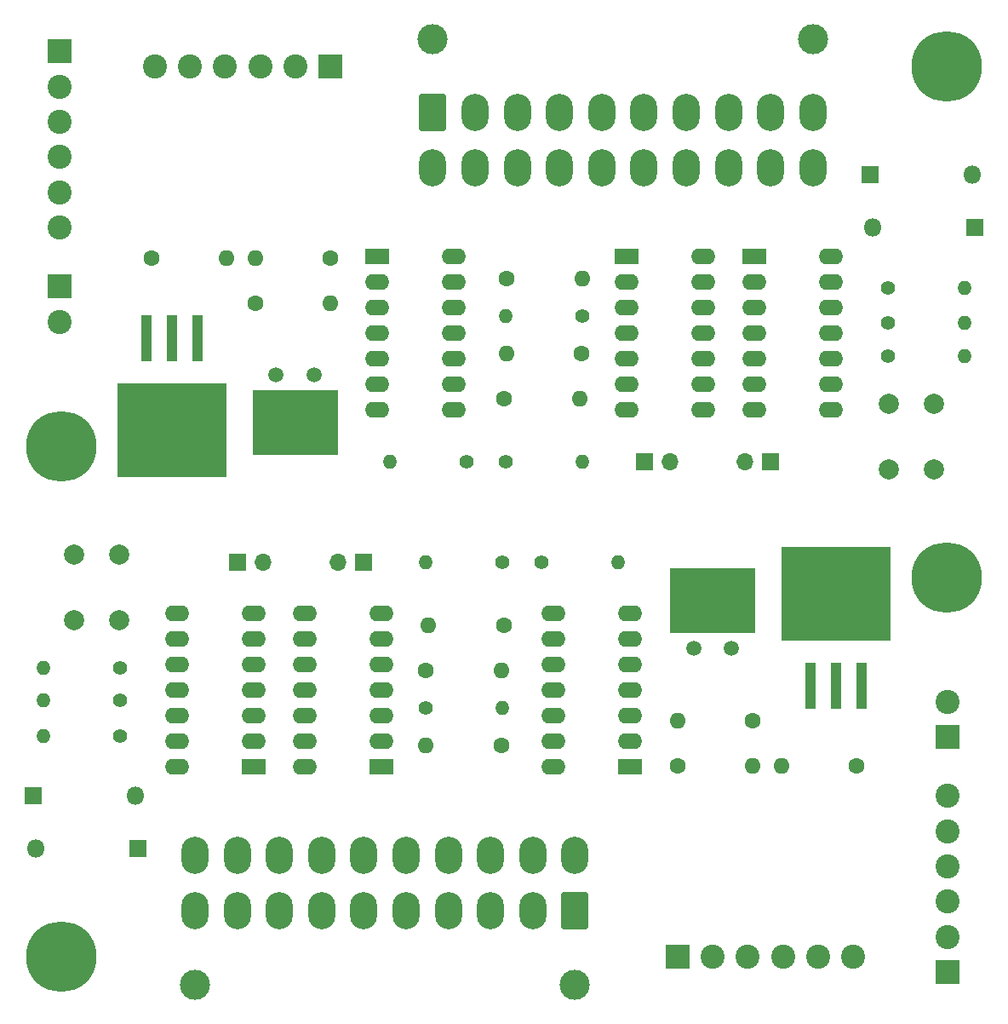
<source format=gbr>
%TF.GenerationSoftware,KiCad,Pcbnew,(6.0.6)*%
%TF.CreationDate,2022-06-26T13:55:29+05:00*%
%TF.ProjectId,MouseBite,4d6f7573-6542-4697-9465-2e6b69636164,rev?*%
%TF.SameCoordinates,Original*%
%TF.FileFunction,Soldermask,Top*%
%TF.FilePolarity,Negative*%
%FSLAX46Y46*%
G04 Gerber Fmt 4.6, Leading zero omitted, Abs format (unit mm)*
G04 Created by KiCad (PCBNEW (6.0.6)) date 2022-06-26 13:55:29*
%MOMM*%
%LPD*%
G01*
G04 APERTURE LIST*
G04 Aperture macros list*
%AMRoundRect*
0 Rectangle with rounded corners*
0 $1 Rounding radius*
0 $2 $3 $4 $5 $6 $7 $8 $9 X,Y pos of 4 corners*
0 Add a 4 corners polygon primitive as box body*
4,1,4,$2,$3,$4,$5,$6,$7,$8,$9,$2,$3,0*
0 Add four circle primitives for the rounded corners*
1,1,$1+$1,$2,$3*
1,1,$1+$1,$4,$5*
1,1,$1+$1,$6,$7*
1,1,$1+$1,$8,$9*
0 Add four rect primitives between the rounded corners*
20,1,$1+$1,$2,$3,$4,$5,0*
20,1,$1+$1,$4,$5,$6,$7,0*
20,1,$1+$1,$6,$7,$8,$9,0*
20,1,$1+$1,$8,$9,$2,$3,0*%
G04 Aperture macros list end*
%ADD10O,1.400000X1.400000*%
%ADD11C,1.400000*%
%ADD12C,7.000000*%
%ADD13O,1.700000X1.700000*%
%ADD14R,1.700000X1.700000*%
%ADD15O,2.400000X1.600000*%
%ADD16R,2.400000X1.600000*%
%ADD17O,1.600000X1.600000*%
%ADD18C,1.600000*%
%ADD19R,8.500000X6.500000*%
%ADD20C,1.500000*%
%ADD21O,2.700000X3.700000*%
%ADD22RoundRect,0.250001X1.099999X1.599999X-1.099999X1.599999X-1.099999X-1.599999X1.099999X-1.599999X0*%
%ADD23C,3.000000*%
%ADD24O,1.800000X1.800000*%
%ADD25R,1.800000X1.800000*%
%ADD26C,2.000000*%
%ADD27C,2.400000*%
%ADD28R,2.400000X2.400000*%
%ADD29R,1.100000X4.600000*%
%ADD30R,10.800000X9.400000*%
%ADD31RoundRect,0.250001X-1.099999X-1.599999X1.099999X-1.599999X1.099999X1.599999X-1.099999X1.599999X0*%
G04 APERTURE END LIST*
D10*
%TO.C,R1*%
X57440000Y-110250000D03*
D11*
X65060000Y-110250000D03*
%TD*%
D12*
%TO.C,H2*%
X147250000Y-94500000D03*
%TD*%
D13*
%TO.C,J4*%
X86735000Y-93000000D03*
D14*
X89275000Y-93000000D03*
%TD*%
D13*
%TO.C,J1*%
X79290000Y-93000000D03*
D14*
X76750000Y-93000000D03*
%TD*%
D15*
%TO.C,U5*%
X108205000Y-113375000D03*
X108205000Y-110835000D03*
X108205000Y-108295000D03*
X108205000Y-105755000D03*
X108205000Y-103215000D03*
X108205000Y-100675000D03*
X108205000Y-98135000D03*
X115825000Y-98135000D03*
X115825000Y-100675000D03*
X115825000Y-103215000D03*
X115825000Y-105755000D03*
X115825000Y-108295000D03*
X115825000Y-110835000D03*
D16*
X115825000Y-113375000D03*
%TD*%
D17*
%TO.C,C8*%
X130825000Y-113250000D03*
D18*
X138325000Y-113250000D03*
%TD*%
D15*
%TO.C,U1*%
X83455000Y-113375000D03*
X83455000Y-110835000D03*
X83455000Y-108295000D03*
X83455000Y-105755000D03*
X83455000Y-103215000D03*
X83455000Y-100675000D03*
X83455000Y-98135000D03*
X91075000Y-98135000D03*
X91075000Y-100675000D03*
X91075000Y-103215000D03*
X91075000Y-105755000D03*
X91075000Y-108295000D03*
X91075000Y-110835000D03*
D16*
X91075000Y-113375000D03*
%TD*%
D19*
%TO.C,Y1*%
X124000000Y-96850000D03*
D20*
X122100000Y-101600000D03*
X125900000Y-101600000D03*
%TD*%
D12*
%TO.C,H1*%
X59250000Y-132250000D03*
%TD*%
D21*
%TO.C,ATX*%
X72525000Y-122180000D03*
X76725000Y-122180000D03*
X80925000Y-122180000D03*
X85125000Y-122180000D03*
X89325000Y-122180000D03*
X93525000Y-122180000D03*
X97725000Y-122180000D03*
X101925000Y-122180000D03*
X106125000Y-122180000D03*
X110325000Y-122180000D03*
X72525000Y-127680000D03*
X76725000Y-127680000D03*
X80925000Y-127680000D03*
X85125000Y-127680000D03*
X89325000Y-127680000D03*
X93525000Y-127680000D03*
X97725000Y-127680000D03*
X101925000Y-127680000D03*
X106125000Y-127680000D03*
D22*
X110325000Y-127680000D03*
D23*
X110325000Y-134980000D03*
X72525000Y-134980000D03*
%TD*%
D15*
%TO.C,U2*%
X70705000Y-113375000D03*
X70705000Y-110835000D03*
X70705000Y-108295000D03*
X70705000Y-105755000D03*
X70705000Y-103215000D03*
X70705000Y-100675000D03*
X70705000Y-98135000D03*
X78325000Y-98135000D03*
X78325000Y-100675000D03*
X78325000Y-103215000D03*
X78325000Y-105755000D03*
X78325000Y-108295000D03*
X78325000Y-110835000D03*
D16*
X78325000Y-113375000D03*
%TD*%
D17*
%TO.C,C5*%
X95485000Y-111205000D03*
D18*
X102985000Y-111205000D03*
%TD*%
D24*
%TO.C,D2*%
X56670000Y-121500000D03*
D25*
X66830000Y-121500000D03*
%TD*%
D17*
%TO.C,C3*%
X95750000Y-99250000D03*
D18*
X103250000Y-99250000D03*
%TD*%
D10*
%TO.C,R10*%
X95440000Y-93000000D03*
D11*
X103060000Y-93000000D03*
%TD*%
D10*
%TO.C,R2*%
X57440000Y-106750000D03*
D11*
X65060000Y-106750000D03*
%TD*%
D10*
%TO.C,R9*%
X103045000Y-107455000D03*
D11*
X95425000Y-107455000D03*
%TD*%
D17*
%TO.C,C4*%
X103000000Y-103750000D03*
D18*
X95500000Y-103750000D03*
%TD*%
D17*
%TO.C,C6*%
X128000000Y-113250000D03*
D18*
X120500000Y-113250000D03*
%TD*%
D26*
%TO.C,SW1*%
X60500000Y-98750000D03*
X60500000Y-92250000D03*
X65000000Y-98750000D03*
X65000000Y-92250000D03*
%TD*%
D24*
%TO.C,D1*%
X66580000Y-116250000D03*
D25*
X56420000Y-116250000D03*
%TD*%
D27*
%TO.C,P8*%
X138000000Y-132250000D03*
X134500000Y-132250000D03*
X131000000Y-132250000D03*
X127500000Y-132250000D03*
X124000000Y-132250000D03*
D28*
X120500000Y-132250000D03*
%TD*%
D17*
%TO.C,C7*%
X120500000Y-108750000D03*
D18*
X128000000Y-108750000D03*
%TD*%
D29*
%TO.C,U3*%
X138790000Y-105275000D03*
D30*
X136250000Y-96125000D03*
D29*
X136250000Y-105275000D03*
X133710000Y-105275000D03*
%TD*%
D27*
%TO.C,Amiga*%
X147400000Y-106900000D03*
D28*
X147400000Y-110400000D03*
%TD*%
D27*
%TO.C,P9*%
X147400000Y-116250000D03*
X147400000Y-119750000D03*
X147400000Y-123250000D03*
X147400000Y-126750000D03*
X147400000Y-130250000D03*
D28*
X147400000Y-133750000D03*
%TD*%
D10*
%TO.C,R3*%
X57440000Y-103500000D03*
D11*
X65060000Y-103500000D03*
%TD*%
D10*
%TO.C,R11*%
X114620000Y-93000000D03*
D11*
X107000000Y-93000000D03*
%TD*%
%TO.C,R1*%
X141440000Y-65750000D03*
D10*
X149060000Y-65750000D03*
%TD*%
D18*
%TO.C,C8*%
X68175000Y-62750000D03*
D17*
X75675000Y-62750000D03*
%TD*%
D13*
%TO.C,J4*%
X119765000Y-83000000D03*
D14*
X117225000Y-83000000D03*
%TD*%
D12*
%TO.C,H2*%
X59250000Y-81500000D03*
%TD*%
D16*
%TO.C,U5*%
X90675000Y-62625000D03*
D15*
X90675000Y-65165000D03*
X90675000Y-67705000D03*
X90675000Y-70245000D03*
X90675000Y-72785000D03*
X90675000Y-75325000D03*
X90675000Y-77865000D03*
X98295000Y-77865000D03*
X98295000Y-75325000D03*
X98295000Y-72785000D03*
X98295000Y-70245000D03*
X98295000Y-67705000D03*
X98295000Y-65165000D03*
X98295000Y-62625000D03*
%TD*%
D14*
%TO.C,J1*%
X129750000Y-83000000D03*
D13*
X127210000Y-83000000D03*
%TD*%
D18*
%TO.C,C6*%
X86000000Y-62750000D03*
D17*
X78500000Y-62750000D03*
%TD*%
D18*
%TO.C,C4*%
X111000000Y-72250000D03*
D17*
X103500000Y-72250000D03*
%TD*%
D11*
%TO.C,R11*%
X99500000Y-83000000D03*
D10*
X91880000Y-83000000D03*
%TD*%
D11*
%TO.C,R3*%
X141440000Y-72500000D03*
D10*
X149060000Y-72500000D03*
%TD*%
D29*
%TO.C,U3*%
X72790000Y-70725000D03*
X70250000Y-70725000D03*
D30*
X70250000Y-79875000D03*
D29*
X67710000Y-70725000D03*
%TD*%
D28*
%TO.C,P8*%
X86000000Y-43750000D03*
D27*
X82500000Y-43750000D03*
X79000000Y-43750000D03*
X75500000Y-43750000D03*
X72000000Y-43750000D03*
X68500000Y-43750000D03*
%TD*%
D28*
%TO.C,P9*%
X59100000Y-42250000D03*
D27*
X59100000Y-45750000D03*
X59100000Y-49250000D03*
X59100000Y-52750000D03*
X59100000Y-56250000D03*
X59100000Y-59750000D03*
%TD*%
D28*
%TO.C,Amiga*%
X59100000Y-65600000D03*
D27*
X59100000Y-69100000D03*
%TD*%
D18*
%TO.C,C7*%
X78500000Y-67250000D03*
D17*
X86000000Y-67250000D03*
%TD*%
D25*
%TO.C,D1*%
X150080000Y-59750000D03*
D24*
X139920000Y-59750000D03*
%TD*%
D26*
%TO.C,SW1*%
X141500000Y-83750000D03*
X141500000Y-77250000D03*
X146000000Y-83750000D03*
X146000000Y-77250000D03*
%TD*%
D20*
%TO.C,Y1*%
X80600000Y-74400000D03*
X84400000Y-74400000D03*
D19*
X82500000Y-79150000D03*
%TD*%
D18*
%TO.C,C3*%
X103250000Y-76750000D03*
D17*
X110750000Y-76750000D03*
%TD*%
D12*
%TO.C,H1*%
X147250000Y-43750000D03*
%TD*%
D25*
%TO.C,D2*%
X139670000Y-54500000D03*
D24*
X149830000Y-54500000D03*
%TD*%
D18*
%TO.C,C5*%
X103515000Y-64795000D03*
D17*
X111015000Y-64795000D03*
%TD*%
D23*
%TO.C,ATX*%
X133975000Y-41020000D03*
X96175000Y-41020000D03*
D31*
X96175000Y-48320000D03*
D21*
X100375000Y-48320000D03*
X104575000Y-48320000D03*
X108775000Y-48320000D03*
X112975000Y-48320000D03*
X117175000Y-48320000D03*
X121375000Y-48320000D03*
X125575000Y-48320000D03*
X129775000Y-48320000D03*
X133975000Y-48320000D03*
X96175000Y-53820000D03*
X100375000Y-53820000D03*
X104575000Y-53820000D03*
X108775000Y-53820000D03*
X112975000Y-53820000D03*
X117175000Y-53820000D03*
X121375000Y-53820000D03*
X125575000Y-53820000D03*
X129775000Y-53820000D03*
X133975000Y-53820000D03*
%TD*%
D11*
%TO.C,R2*%
X141440000Y-69250000D03*
D10*
X149060000Y-69250000D03*
%TD*%
D11*
%TO.C,R9*%
X111075000Y-68545000D03*
D10*
X103455000Y-68545000D03*
%TD*%
D11*
%TO.C,R10*%
X103440000Y-83000000D03*
D10*
X111060000Y-83000000D03*
%TD*%
D16*
%TO.C,U2*%
X128175000Y-62625000D03*
D15*
X128175000Y-65165000D03*
X128175000Y-67705000D03*
X128175000Y-70245000D03*
X128175000Y-72785000D03*
X128175000Y-75325000D03*
X128175000Y-77865000D03*
X135795000Y-77865000D03*
X135795000Y-75325000D03*
X135795000Y-72785000D03*
X135795000Y-70245000D03*
X135795000Y-67705000D03*
X135795000Y-65165000D03*
X135795000Y-62625000D03*
%TD*%
D16*
%TO.C,U1*%
X115425000Y-62625000D03*
D15*
X115425000Y-65165000D03*
X115425000Y-67705000D03*
X115425000Y-70245000D03*
X115425000Y-72785000D03*
X115425000Y-75325000D03*
X115425000Y-77865000D03*
X123045000Y-77865000D03*
X123045000Y-75325000D03*
X123045000Y-72785000D03*
X123045000Y-70245000D03*
X123045000Y-67705000D03*
X123045000Y-65165000D03*
X123045000Y-62625000D03*
%TD*%
M02*

</source>
